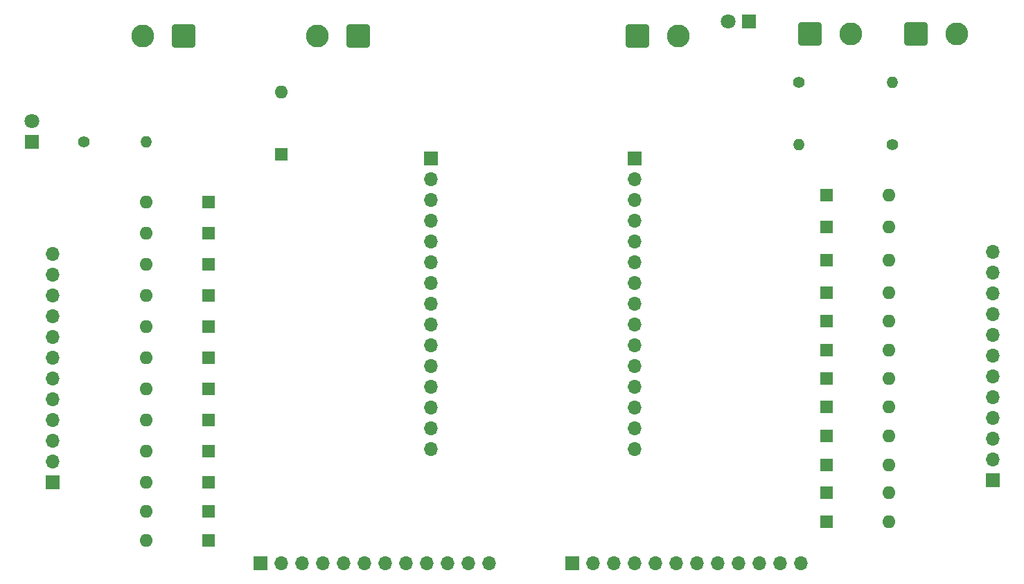
<source format=gbr>
%TF.GenerationSoftware,KiCad,Pcbnew,8.0.8*%
%TF.CreationDate,2025-03-27T11:20:44+01:00*%
%TF.ProjectId,PCB Symphonie,50434220-5379-46d7-9068-6f6e69652e6b,rev?*%
%TF.SameCoordinates,Original*%
%TF.FileFunction,Soldermask,Bot*%
%TF.FilePolarity,Negative*%
%FSLAX46Y46*%
G04 Gerber Fmt 4.6, Leading zero omitted, Abs format (unit mm)*
G04 Created by KiCad (PCBNEW 8.0.8) date 2025-03-27 11:20:44*
%MOMM*%
%LPD*%
G01*
G04 APERTURE LIST*
G04 Aperture macros list*
%AMRoundRect*
0 Rectangle with rounded corners*
0 $1 Rounding radius*
0 $2 $3 $4 $5 $6 $7 $8 $9 X,Y pos of 4 corners*
0 Add a 4 corners polygon primitive as box body*
4,1,4,$2,$3,$4,$5,$6,$7,$8,$9,$2,$3,0*
0 Add four circle primitives for the rounded corners*
1,1,$1+$1,$2,$3*
1,1,$1+$1,$4,$5*
1,1,$1+$1,$6,$7*
1,1,$1+$1,$8,$9*
0 Add four rect primitives between the rounded corners*
20,1,$1+$1,$2,$3,$4,$5,0*
20,1,$1+$1,$4,$5,$6,$7,0*
20,1,$1+$1,$6,$7,$8,$9,0*
20,1,$1+$1,$8,$9,$2,$3,0*%
G04 Aperture macros list end*
%ADD10R,1.600000X1.600000*%
%ADD11O,1.600000X1.600000*%
%ADD12R,1.800000X1.800000*%
%ADD13C,1.800000*%
%ADD14R,1.700000X1.700000*%
%ADD15O,1.700000X1.700000*%
%ADD16RoundRect,0.250001X-1.149999X-1.149999X1.149999X-1.149999X1.149999X1.149999X-1.149999X1.149999X0*%
%ADD17C,2.800000*%
%ADD18C,1.400000*%
%ADD19O,1.400000X1.400000*%
%ADD20RoundRect,0.250001X1.149999X1.149999X-1.149999X1.149999X-1.149999X-1.149999X1.149999X-1.149999X0*%
G04 APERTURE END LIST*
D10*
%TO.C,D6*%
X231724000Y-79310000D03*
D11*
X239344000Y-79310000D03*
%TD*%
D10*
%TO.C,D21*%
X156210000Y-61220000D03*
D11*
X148590000Y-61220000D03*
%TD*%
D10*
%TO.C,D2*%
X231724000Y-93410000D03*
D11*
X239344000Y-93410000D03*
%TD*%
D12*
%TO.C,D26*%
X222250000Y-39116000D03*
D13*
X219710000Y-39116000D03*
%TD*%
D14*
%TO.C,J8*%
X162560000Y-105410000D03*
D15*
X165100000Y-105410000D03*
X167640000Y-105410000D03*
X170180000Y-105410000D03*
X172720000Y-105410000D03*
X175260000Y-105410000D03*
X177800000Y-105410000D03*
X180340000Y-105410000D03*
X182880000Y-105410000D03*
X185420000Y-105410000D03*
X187960000Y-105410000D03*
X190500000Y-105410000D03*
%TD*%
D10*
%TO.C,D17*%
X156210000Y-68840000D03*
D11*
X148590000Y-68840000D03*
%TD*%
D10*
%TO.C,D3*%
X231724000Y-89860000D03*
D11*
X239344000Y-89860000D03*
%TD*%
D10*
%TO.C,D1*%
X231724000Y-96810000D03*
D11*
X239344000Y-96810000D03*
%TD*%
D10*
%TO.C,D8*%
X231724000Y-72310000D03*
D11*
X239344000Y-72310000D03*
%TD*%
D10*
%TO.C,D22*%
X156210000Y-80270000D03*
D11*
X148590000Y-80270000D03*
%TD*%
D14*
%TO.C,J7*%
X200660000Y-105410000D03*
D15*
X203200000Y-105410000D03*
X205740000Y-105410000D03*
X208280000Y-105410000D03*
X210820000Y-105410000D03*
X213360000Y-105410000D03*
X215900000Y-105410000D03*
X218440000Y-105410000D03*
X220980000Y-105410000D03*
X223520000Y-105410000D03*
X226060000Y-105410000D03*
X228600000Y-105410000D03*
%TD*%
D10*
%TO.C,D24*%
X156210000Y-76460000D03*
D11*
X148590000Y-76460000D03*
%TD*%
D10*
%TO.C,D0*%
X231724000Y-100310000D03*
D11*
X239344000Y-100310000D03*
%TD*%
D15*
%TO.C,J6*%
X183388000Y-91440000D03*
X183388000Y-88900000D03*
X183388000Y-86360000D03*
X183388000Y-83820000D03*
X183388000Y-81280000D03*
X183388000Y-78740000D03*
X183388000Y-76200000D03*
X183388000Y-73660000D03*
X183388000Y-71120000D03*
X183388000Y-68580000D03*
X183388000Y-66040000D03*
X183388000Y-63500000D03*
X183388000Y-60960000D03*
X183388000Y-58420000D03*
D14*
X183388000Y-55880000D03*
%TD*%
D10*
%TO.C,D9*%
X231724000Y-68310000D03*
D11*
X239344000Y-68310000D03*
%TD*%
D14*
%TO.C,J11*%
X252084000Y-95250000D03*
D15*
X252084000Y-92710000D03*
X252084000Y-90170000D03*
X252084000Y-87630000D03*
X252084000Y-85090000D03*
X252084000Y-82550000D03*
X252084000Y-80010000D03*
X252084000Y-77470000D03*
X252084000Y-74930000D03*
X252084000Y-72390000D03*
X252084000Y-69850000D03*
X252084000Y-67310000D03*
%TD*%
D16*
%TO.C,J1*%
X242650000Y-40640000D03*
D17*
X247650000Y-40640000D03*
%TD*%
D18*
%TO.C,R1*%
X140970000Y-53848000D03*
D19*
X148590000Y-53848000D03*
%TD*%
D10*
%TO.C,D7*%
X231724000Y-75810000D03*
D11*
X239344000Y-75810000D03*
%TD*%
D10*
%TO.C,D4*%
X231724000Y-86310000D03*
D11*
X239344000Y-86310000D03*
%TD*%
D14*
%TO.C,J9*%
X137160000Y-95510000D03*
D15*
X137160000Y-92970000D03*
X137160000Y-90430000D03*
X137160000Y-87890000D03*
X137160000Y-85350000D03*
X137160000Y-82810000D03*
X137160000Y-80270000D03*
X137160000Y-77730000D03*
X137160000Y-75190000D03*
X137160000Y-72650000D03*
X137160000Y-70110000D03*
X137160000Y-67570000D03*
%TD*%
D18*
%TO.C,R18*%
X239826800Y-54203600D03*
D19*
X239826800Y-46583600D03*
%TD*%
D10*
%TO.C,D5*%
X231724000Y-82810000D03*
D11*
X239344000Y-82810000D03*
%TD*%
D10*
%TO.C,D16*%
X156210000Y-91700000D03*
D11*
X148590000Y-91700000D03*
%TD*%
D10*
%TO.C,D19*%
X156210000Y-65030000D03*
D11*
X148590000Y-65030000D03*
%TD*%
D16*
%TO.C,J2*%
X229696000Y-40640000D03*
D17*
X234696000Y-40640000D03*
%TD*%
D10*
%TO.C,D13*%
X156210000Y-99060000D03*
D11*
X148590000Y-99060000D03*
%TD*%
D10*
%TO.C,D18*%
X156210000Y-87890000D03*
D11*
X148590000Y-87890000D03*
%TD*%
D10*
%TO.C,D11*%
X231762000Y-60360000D03*
D11*
X239382000Y-60360000D03*
%TD*%
D14*
%TO.C,J5*%
X208280000Y-55880000D03*
D15*
X208280000Y-58420000D03*
X208280000Y-60960000D03*
X208280000Y-63500000D03*
X208280000Y-66040000D03*
X208280000Y-68580000D03*
X208280000Y-71120000D03*
X208280000Y-73660000D03*
X208280000Y-76200000D03*
X208280000Y-78740000D03*
X208280000Y-81280000D03*
X208280000Y-83820000D03*
X208280000Y-86360000D03*
X208280000Y-88900000D03*
X208280000Y-91440000D03*
%TD*%
D10*
%TO.C,D15*%
X156210000Y-72650000D03*
D11*
X148590000Y-72650000D03*
%TD*%
D10*
%TO.C,D12*%
X156210000Y-102610000D03*
D11*
X148590000Y-102610000D03*
%TD*%
D16*
%TO.C,J3*%
X208614000Y-40894000D03*
D17*
X213614000Y-40894000D03*
%TD*%
D12*
%TO.C,D25*%
X134620000Y-53848000D03*
D13*
X134620000Y-51308000D03*
%TD*%
D18*
%TO.C,R19*%
X228396800Y-46583600D03*
D19*
X228396800Y-54203600D03*
%TD*%
D20*
%TO.C,J4*%
X153162000Y-40894000D03*
D17*
X148162000Y-40894000D03*
%TD*%
D10*
%TO.C,D14*%
X156210000Y-95510000D03*
D11*
X148590000Y-95510000D03*
%TD*%
D10*
%TO.C,D20*%
X156210000Y-84080000D03*
D11*
X148590000Y-84080000D03*
%TD*%
D20*
%TO.C,J10*%
X174498000Y-40894000D03*
D17*
X169498000Y-40894000D03*
%TD*%
D10*
%TO.C,D23*%
X165100000Y-55372000D03*
D11*
X165100000Y-47752000D03*
%TD*%
D10*
%TO.C,D10*%
X231724000Y-64310000D03*
D11*
X239344000Y-64310000D03*
%TD*%
M02*

</source>
